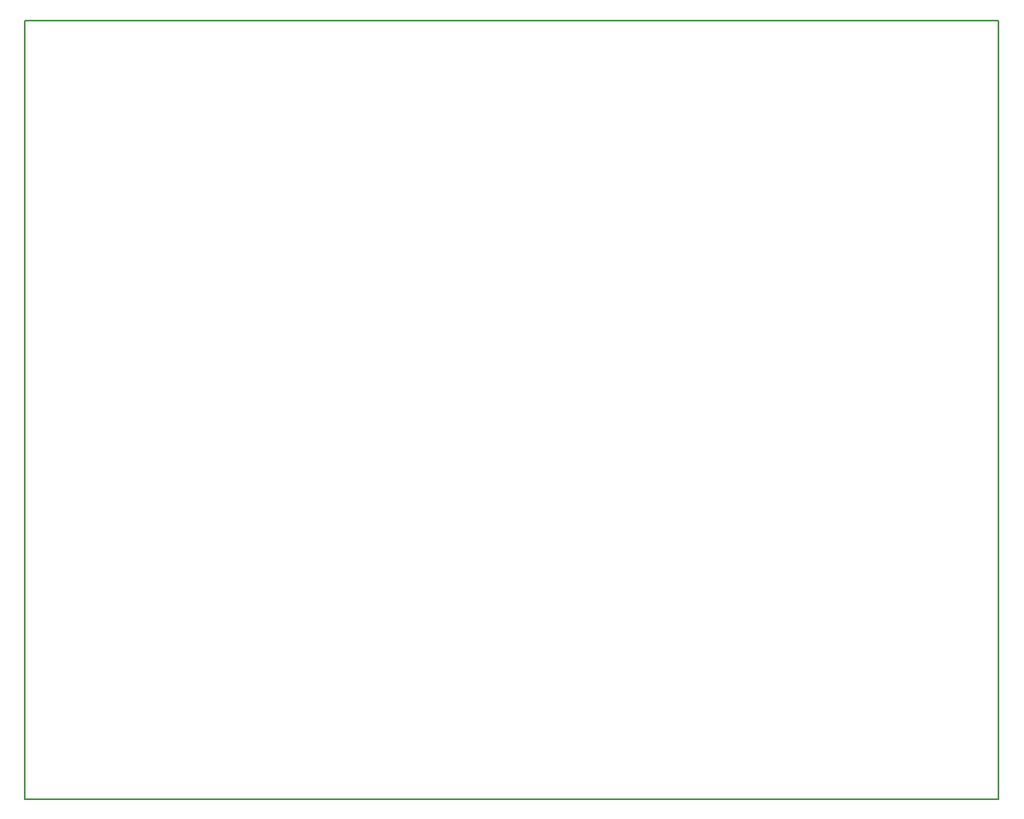
<source format=gbr>
%FSLAX36Y36*%
%MOMM*%
G04 EasyPC Gerber Version 18.0.8 Build 3632 *
%ADD70C,0.12700*%
X0Y0D02*
D02*
D70*
X42104200Y3347700D02*
X142104200D01*
Y83347700*
X42104200*
Y3347700*
X0Y0D02*
M02*

</source>
